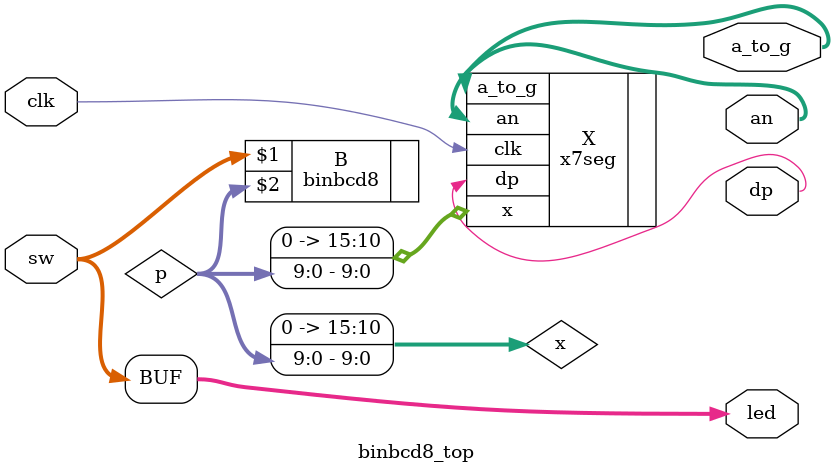
<source format=v>
module binbcd8_top(
    input clk,
    input[7:0] sw,
    output[7:0] led,
    output[6:0] a_to_g,
    output[3:0] an,
    output dp
);
    assign led=sw;

    wire[15:0] x;
    wire[9:0] p;

    binbcd8 B(sw,p);

    assign x={6'b000000,p}; //p??10???4???????16???????

    x7seg X(.x(x),.clk(clk),.a_to_g(a_to_g),.an(an),.dp(dp));

endmodule
</source>
